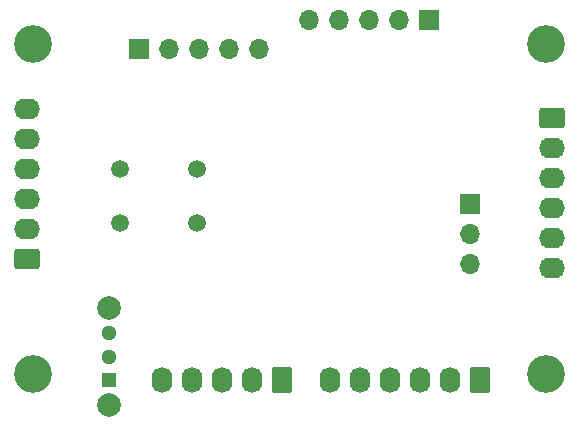
<source format=gbr>
%TF.GenerationSoftware,KiCad,Pcbnew,7.0.6*%
%TF.CreationDate,2024-09-27T11:16:29-07:00*%
%TF.ProjectId,MCU_DSP,4d43555f-4453-4502-9e6b-696361645f70,rev?*%
%TF.SameCoordinates,Original*%
%TF.FileFunction,Soldermask,Bot*%
%TF.FilePolarity,Negative*%
%FSLAX46Y46*%
G04 Gerber Fmt 4.6, Leading zero omitted, Abs format (unit mm)*
G04 Created by KiCad (PCBNEW 7.0.6) date 2024-09-27 11:16:29*
%MOMM*%
%LPD*%
G01*
G04 APERTURE LIST*
G04 Aperture macros list*
%AMRoundRect*
0 Rectangle with rounded corners*
0 $1 Rounding radius*
0 $2 $3 $4 $5 $6 $7 $8 $9 X,Y pos of 4 corners*
0 Add a 4 corners polygon primitive as box body*
4,1,4,$2,$3,$4,$5,$6,$7,$8,$9,$2,$3,0*
0 Add four circle primitives for the rounded corners*
1,1,$1+$1,$2,$3*
1,1,$1+$1,$4,$5*
1,1,$1+$1,$6,$7*
1,1,$1+$1,$8,$9*
0 Add four rect primitives between the rounded corners*
20,1,$1+$1,$2,$3,$4,$5,0*
20,1,$1+$1,$4,$5,$6,$7,0*
20,1,$1+$1,$6,$7,$8,$9,0*
20,1,$1+$1,$8,$9,$2,$3,0*%
G04 Aperture macros list end*
%ADD10R,1.700000X1.700000*%
%ADD11O,1.700000X1.700000*%
%ADD12C,3.200000*%
%ADD13RoundRect,0.250000X0.620000X0.845000X-0.620000X0.845000X-0.620000X-0.845000X0.620000X-0.845000X0*%
%ADD14O,1.740000X2.190000*%
%ADD15RoundRect,0.250000X0.845000X-0.620000X0.845000X0.620000X-0.845000X0.620000X-0.845000X-0.620000X0*%
%ADD16O,2.190000X1.740000*%
%ADD17RoundRect,0.250000X-0.845000X0.620000X-0.845000X-0.620000X0.845000X-0.620000X0.845000X0.620000X0*%
%ADD18C,1.507998*%
%ADD19R,1.295400X1.295400*%
%ADD20C,1.295400*%
%ADD21C,2.000000*%
G04 APERTURE END LIST*
D10*
%TO.C,J7*%
X223000000Y-147620000D03*
D11*
X223000000Y-150160000D03*
X223000000Y-152700000D03*
%TD*%
D10*
%TO.C,J1*%
X195000000Y-134500000D03*
D11*
X197540000Y-134500000D03*
X200080000Y-134500000D03*
X202620000Y-134500000D03*
X205160000Y-134500000D03*
%TD*%
D12*
%TO.C,H3*%
X229500000Y-162000000D03*
%TD*%
D13*
%TO.C,J6*%
X207080000Y-162500000D03*
D14*
X204540000Y-162500000D03*
X202000000Y-162500000D03*
X199460000Y-162500000D03*
X196920000Y-162500000D03*
%TD*%
D15*
%TO.C,J2*%
X185500000Y-152220000D03*
D16*
X185500000Y-149680000D03*
X185500000Y-147140000D03*
X185500000Y-144600000D03*
X185500000Y-142060000D03*
X185500000Y-139520000D03*
%TD*%
D10*
%TO.C,J4*%
X219540000Y-132000000D03*
D11*
X217000000Y-132000000D03*
X214460000Y-132000000D03*
X211920000Y-132000000D03*
X209380000Y-132000000D03*
%TD*%
D17*
%TO.C,J3*%
X230000000Y-140340000D03*
D16*
X230000000Y-142880000D03*
X230000000Y-145420000D03*
X230000000Y-147960000D03*
X230000000Y-150500000D03*
X230000000Y-153040000D03*
%TD*%
D12*
%TO.C,H4*%
X186000000Y-162000000D03*
%TD*%
%TO.C,H2*%
X229500000Y-134000000D03*
%TD*%
D18*
%TO.C,SW1*%
X193399998Y-144659999D03*
X199900000Y-144659999D03*
X193399998Y-149160000D03*
X199900000Y-149160000D03*
%TD*%
D19*
%TO.C,SW2*%
X192500000Y-162500000D03*
D20*
X192500000Y-160500000D03*
X192500000Y-158499999D03*
D21*
X192500000Y-164600001D03*
X192500000Y-156400000D03*
%TD*%
D12*
%TO.C,H1*%
X186000000Y-134000000D03*
%TD*%
D13*
%TO.C,J5*%
X223850000Y-162480000D03*
D14*
X221310000Y-162480000D03*
X218770000Y-162480000D03*
X216230000Y-162480000D03*
X213690000Y-162480000D03*
X211150000Y-162480000D03*
%TD*%
M02*

</source>
